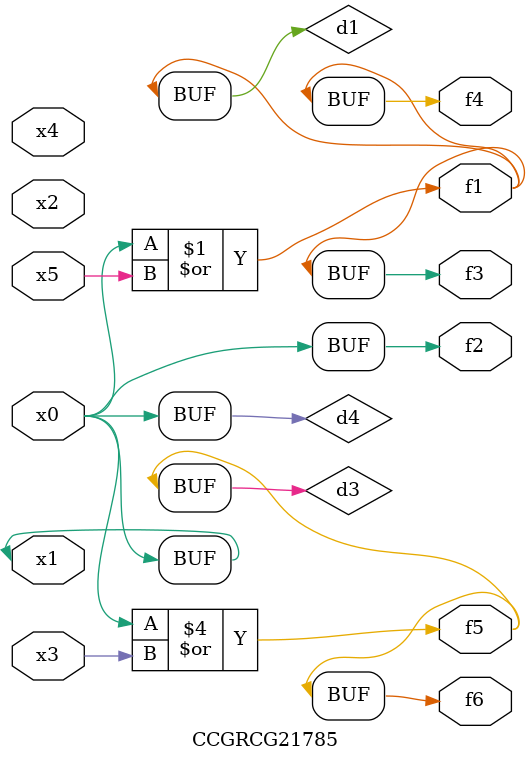
<source format=v>
module CCGRCG21785(
	input x0, x1, x2, x3, x4, x5,
	output f1, f2, f3, f4, f5, f6
);

	wire d1, d2, d3, d4;

	or (d1, x0, x5);
	xnor (d2, x1, x4);
	or (d3, x0, x3);
	buf (d4, x0, x1);
	assign f1 = d1;
	assign f2 = d4;
	assign f3 = d1;
	assign f4 = d1;
	assign f5 = d3;
	assign f6 = d3;
endmodule

</source>
